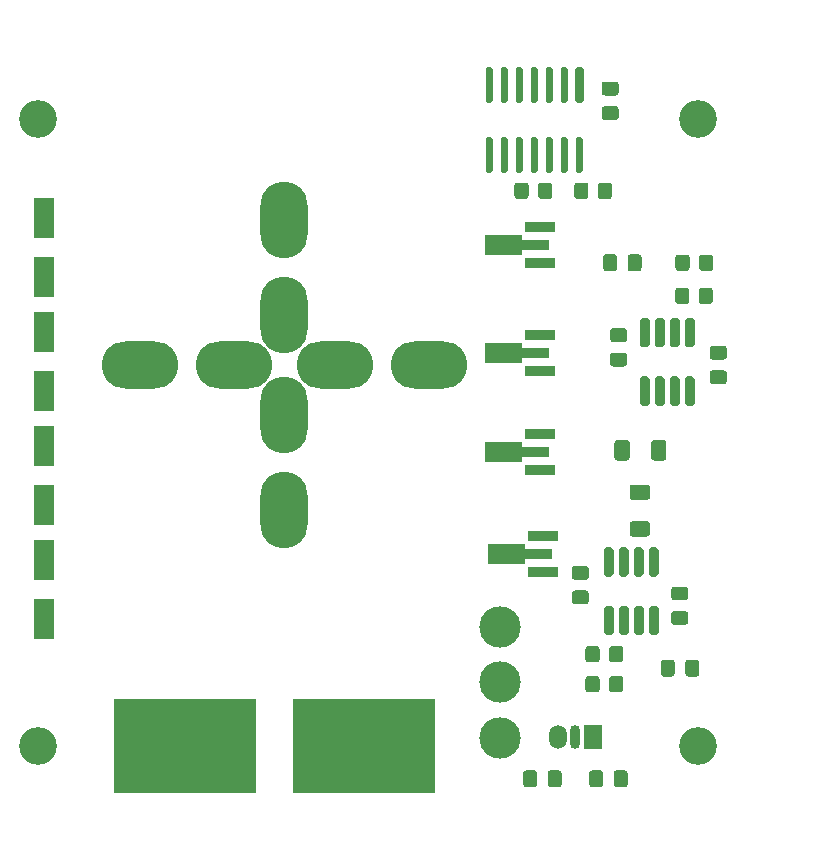
<source format=gbr>
%TF.GenerationSoftware,KiCad,Pcbnew,(5.1.10)-1*%
%TF.CreationDate,2021-11-18T19:01:21+01:00*%
%TF.ProjectId,Base,42617365-2e6b-4696-9361-645f70636258,rev?*%
%TF.SameCoordinates,Original*%
%TF.FileFunction,Soldermask,Bot*%
%TF.FilePolarity,Negative*%
%FSLAX46Y46*%
G04 Gerber Fmt 4.6, Leading zero omitted, Abs format (unit mm)*
G04 Created by KiCad (PCBNEW (5.1.10)-1) date 2021-11-18 19:01:21*
%MOMM*%
%LPD*%
G01*
G04 APERTURE LIST*
%ADD10C,3.500000*%
%ADD11R,12.000000X8.000000*%
%ADD12R,1.500000X2.000000*%
%ADD13O,1.500000X2.000000*%
%ADD14O,0.900000X2.000000*%
%ADD15R,1.800000X3.500000*%
%ADD16R,2.600000X0.900000*%
%ADD17C,0.100000*%
%ADD18O,4.000000X6.500000*%
%ADD19O,6.500000X4.000000*%
%ADD20C,3.200000*%
G04 APERTURE END LIST*
D10*
%TO.C,SW1*%
X155408000Y-114579500D03*
X155408000Y-119279500D03*
X155408000Y-123979500D03*
%TD*%
D11*
%TO.C,BT3*%
X128695000Y-124720000D03*
X143845000Y-124720000D03*
%TD*%
%TO.C,U3*%
G36*
G01*
X162290200Y-70216600D02*
X161890200Y-70216600D01*
G75*
G02*
X161690200Y-70016600I0J200000D01*
G01*
X161690200Y-67416600D01*
G75*
G02*
X161890200Y-67216600I200000J0D01*
G01*
X162290200Y-67216600D01*
G75*
G02*
X162490200Y-67416600I0J-200000D01*
G01*
X162490200Y-70016600D01*
G75*
G02*
X162290200Y-70216600I-200000J0D01*
G01*
G37*
G36*
G01*
X160970200Y-70216600D02*
X160670200Y-70216600D01*
G75*
G02*
X160520200Y-70066600I0J150000D01*
G01*
X160520200Y-67366600D01*
G75*
G02*
X160670200Y-67216600I150000J0D01*
G01*
X160970200Y-67216600D01*
G75*
G02*
X161120200Y-67366600I0J-150000D01*
G01*
X161120200Y-70066600D01*
G75*
G02*
X160970200Y-70216600I-150000J0D01*
G01*
G37*
G36*
G01*
X159700200Y-70216600D02*
X159400200Y-70216600D01*
G75*
G02*
X159250200Y-70066600I0J150000D01*
G01*
X159250200Y-67366600D01*
G75*
G02*
X159400200Y-67216600I150000J0D01*
G01*
X159700200Y-67216600D01*
G75*
G02*
X159850200Y-67366600I0J-150000D01*
G01*
X159850200Y-70066600D01*
G75*
G02*
X159700200Y-70216600I-150000J0D01*
G01*
G37*
G36*
G01*
X158430200Y-70216600D02*
X158130200Y-70216600D01*
G75*
G02*
X157980200Y-70066600I0J150000D01*
G01*
X157980200Y-67366600D01*
G75*
G02*
X158130200Y-67216600I150000J0D01*
G01*
X158430200Y-67216600D01*
G75*
G02*
X158580200Y-67366600I0J-150000D01*
G01*
X158580200Y-70066600D01*
G75*
G02*
X158430200Y-70216600I-150000J0D01*
G01*
G37*
G36*
G01*
X157160200Y-70216600D02*
X156860200Y-70216600D01*
G75*
G02*
X156710200Y-70066600I0J150000D01*
G01*
X156710200Y-67366600D01*
G75*
G02*
X156860200Y-67216600I150000J0D01*
G01*
X157160200Y-67216600D01*
G75*
G02*
X157310200Y-67366600I0J-150000D01*
G01*
X157310200Y-70066600D01*
G75*
G02*
X157160200Y-70216600I-150000J0D01*
G01*
G37*
G36*
G01*
X155890200Y-70216600D02*
X155590200Y-70216600D01*
G75*
G02*
X155440200Y-70066600I0J150000D01*
G01*
X155440200Y-67366600D01*
G75*
G02*
X155590200Y-67216600I150000J0D01*
G01*
X155890200Y-67216600D01*
G75*
G02*
X156040200Y-67366600I0J-150000D01*
G01*
X156040200Y-70066600D01*
G75*
G02*
X155890200Y-70216600I-150000J0D01*
G01*
G37*
G36*
G01*
X154620200Y-70216600D02*
X154320200Y-70216600D01*
G75*
G02*
X154170200Y-70066600I0J150000D01*
G01*
X154170200Y-67366600D01*
G75*
G02*
X154320200Y-67216600I150000J0D01*
G01*
X154620200Y-67216600D01*
G75*
G02*
X154770200Y-67366600I0J-150000D01*
G01*
X154770200Y-70066600D01*
G75*
G02*
X154620200Y-70216600I-150000J0D01*
G01*
G37*
G36*
G01*
X154620200Y-76166600D02*
X154320200Y-76166600D01*
G75*
G02*
X154170200Y-76016600I0J150000D01*
G01*
X154170200Y-73316600D01*
G75*
G02*
X154320200Y-73166600I150000J0D01*
G01*
X154620200Y-73166600D01*
G75*
G02*
X154770200Y-73316600I0J-150000D01*
G01*
X154770200Y-76016600D01*
G75*
G02*
X154620200Y-76166600I-150000J0D01*
G01*
G37*
G36*
G01*
X155890200Y-76166600D02*
X155590200Y-76166600D01*
G75*
G02*
X155440200Y-76016600I0J150000D01*
G01*
X155440200Y-73316600D01*
G75*
G02*
X155590200Y-73166600I150000J0D01*
G01*
X155890200Y-73166600D01*
G75*
G02*
X156040200Y-73316600I0J-150000D01*
G01*
X156040200Y-76016600D01*
G75*
G02*
X155890200Y-76166600I-150000J0D01*
G01*
G37*
G36*
G01*
X157160200Y-76166600D02*
X156860200Y-76166600D01*
G75*
G02*
X156710200Y-76016600I0J150000D01*
G01*
X156710200Y-73316600D01*
G75*
G02*
X156860200Y-73166600I150000J0D01*
G01*
X157160200Y-73166600D01*
G75*
G02*
X157310200Y-73316600I0J-150000D01*
G01*
X157310200Y-76016600D01*
G75*
G02*
X157160200Y-76166600I-150000J0D01*
G01*
G37*
G36*
G01*
X158430200Y-76166600D02*
X158130200Y-76166600D01*
G75*
G02*
X157980200Y-76016600I0J150000D01*
G01*
X157980200Y-73316600D01*
G75*
G02*
X158130200Y-73166600I150000J0D01*
G01*
X158430200Y-73166600D01*
G75*
G02*
X158580200Y-73316600I0J-150000D01*
G01*
X158580200Y-76016600D01*
G75*
G02*
X158430200Y-76166600I-150000J0D01*
G01*
G37*
G36*
G01*
X159700200Y-76166600D02*
X159400200Y-76166600D01*
G75*
G02*
X159250200Y-76016600I0J150000D01*
G01*
X159250200Y-73316600D01*
G75*
G02*
X159400200Y-73166600I150000J0D01*
G01*
X159700200Y-73166600D01*
G75*
G02*
X159850200Y-73316600I0J-150000D01*
G01*
X159850200Y-76016600D01*
G75*
G02*
X159700200Y-76166600I-150000J0D01*
G01*
G37*
G36*
G01*
X160970200Y-76166600D02*
X160670200Y-76166600D01*
G75*
G02*
X160520200Y-76016600I0J150000D01*
G01*
X160520200Y-73316600D01*
G75*
G02*
X160670200Y-73166600I150000J0D01*
G01*
X160970200Y-73166600D01*
G75*
G02*
X161120200Y-73316600I0J-150000D01*
G01*
X161120200Y-76016600D01*
G75*
G02*
X160970200Y-76166600I-150000J0D01*
G01*
G37*
G36*
G01*
X162240200Y-76166600D02*
X161940200Y-76166600D01*
G75*
G02*
X161790200Y-76016600I0J150000D01*
G01*
X161790200Y-73316600D01*
G75*
G02*
X161940200Y-73166600I150000J0D01*
G01*
X162240200Y-73166600D01*
G75*
G02*
X162390200Y-73316600I0J-150000D01*
G01*
X162390200Y-76016600D01*
G75*
G02*
X162240200Y-76166600I-150000J0D01*
G01*
G37*
%TD*%
%TO.C,R6*%
G36*
G01*
X166595999Y-105662400D02*
X167846001Y-105662400D01*
G75*
G02*
X168096000Y-105912399I0J-249999D01*
G01*
X168096000Y-106712401D01*
G75*
G02*
X167846001Y-106962400I-249999J0D01*
G01*
X166595999Y-106962400D01*
G75*
G02*
X166346000Y-106712401I0J249999D01*
G01*
X166346000Y-105912399D01*
G75*
G02*
X166595999Y-105662400I249999J0D01*
G01*
G37*
G36*
G01*
X166595999Y-102562400D02*
X167846001Y-102562400D01*
G75*
G02*
X168096000Y-102812399I0J-249999D01*
G01*
X168096000Y-103612401D01*
G75*
G02*
X167846001Y-103862400I-249999J0D01*
G01*
X166595999Y-103862400D01*
G75*
G02*
X166346000Y-103612401I0J249999D01*
G01*
X166346000Y-102812399D01*
G75*
G02*
X166595999Y-102562400I249999J0D01*
G01*
G37*
%TD*%
%TO.C,R5*%
G36*
G01*
X168171200Y-100282001D02*
X168171200Y-99031999D01*
G75*
G02*
X168421199Y-98782000I249999J0D01*
G01*
X169221201Y-98782000D01*
G75*
G02*
X169471200Y-99031999I0J-249999D01*
G01*
X169471200Y-100282001D01*
G75*
G02*
X169221201Y-100532000I-249999J0D01*
G01*
X168421199Y-100532000D01*
G75*
G02*
X168171200Y-100282001I0J249999D01*
G01*
G37*
G36*
G01*
X165071200Y-100282001D02*
X165071200Y-99031999D01*
G75*
G02*
X165321199Y-98782000I249999J0D01*
G01*
X166121201Y-98782000D01*
G75*
G02*
X166371200Y-99031999I0J-249999D01*
G01*
X166371200Y-100282001D01*
G75*
G02*
X166121201Y-100532000I-249999J0D01*
G01*
X165321199Y-100532000D01*
G75*
G02*
X165071200Y-100282001I0J249999D01*
G01*
G37*
%TD*%
%TO.C,R8*%
G36*
G01*
X162868000Y-77235999D02*
X162868000Y-78136001D01*
G75*
G02*
X162618001Y-78386000I-249999J0D01*
G01*
X161917999Y-78386000D01*
G75*
G02*
X161668000Y-78136001I0J249999D01*
G01*
X161668000Y-77235999D01*
G75*
G02*
X161917999Y-76986000I249999J0D01*
G01*
X162618001Y-76986000D01*
G75*
G02*
X162868000Y-77235999I0J-249999D01*
G01*
G37*
G36*
G01*
X164868000Y-77235999D02*
X164868000Y-78136001D01*
G75*
G02*
X164618001Y-78386000I-249999J0D01*
G01*
X163917999Y-78386000D01*
G75*
G02*
X163668000Y-78136001I0J249999D01*
G01*
X163668000Y-77235999D01*
G75*
G02*
X163917999Y-76986000I249999J0D01*
G01*
X164618001Y-76986000D01*
G75*
G02*
X164868000Y-77235999I0J-249999D01*
G01*
G37*
%TD*%
%TO.C,R7*%
G36*
G01*
X157804000Y-77235999D02*
X157804000Y-78136001D01*
G75*
G02*
X157554001Y-78386000I-249999J0D01*
G01*
X156853999Y-78386000D01*
G75*
G02*
X156604000Y-78136001I0J249999D01*
G01*
X156604000Y-77235999D01*
G75*
G02*
X156853999Y-76986000I249999J0D01*
G01*
X157554001Y-76986000D01*
G75*
G02*
X157804000Y-77235999I0J-249999D01*
G01*
G37*
G36*
G01*
X159804000Y-77235999D02*
X159804000Y-78136001D01*
G75*
G02*
X159554001Y-78386000I-249999J0D01*
G01*
X158853999Y-78386000D01*
G75*
G02*
X158604000Y-78136001I0J249999D01*
G01*
X158604000Y-77235999D01*
G75*
G02*
X158853999Y-76986000I249999J0D01*
G01*
X159554001Y-76986000D01*
G75*
G02*
X159804000Y-77235999I0J-249999D01*
G01*
G37*
%TD*%
%TO.C,R4*%
G36*
G01*
X171431200Y-83331999D02*
X171431200Y-84232001D01*
G75*
G02*
X171181201Y-84482000I-249999J0D01*
G01*
X170481199Y-84482000D01*
G75*
G02*
X170231200Y-84232001I0J249999D01*
G01*
X170231200Y-83331999D01*
G75*
G02*
X170481199Y-83082000I249999J0D01*
G01*
X171181201Y-83082000D01*
G75*
G02*
X171431200Y-83331999I0J-249999D01*
G01*
G37*
G36*
G01*
X173431200Y-83331999D02*
X173431200Y-84232001D01*
G75*
G02*
X173181201Y-84482000I-249999J0D01*
G01*
X172481199Y-84482000D01*
G75*
G02*
X172231200Y-84232001I0J249999D01*
G01*
X172231200Y-83331999D01*
G75*
G02*
X172481199Y-83082000I249999J0D01*
G01*
X173181201Y-83082000D01*
G75*
G02*
X173431200Y-83331999I0J-249999D01*
G01*
G37*
%TD*%
%TO.C,R3*%
G36*
G01*
X171405200Y-86125999D02*
X171405200Y-87026001D01*
G75*
G02*
X171155201Y-87276000I-249999J0D01*
G01*
X170455199Y-87276000D01*
G75*
G02*
X170205200Y-87026001I0J249999D01*
G01*
X170205200Y-86125999D01*
G75*
G02*
X170455199Y-85876000I249999J0D01*
G01*
X171155201Y-85876000D01*
G75*
G02*
X171405200Y-86125999I0J-249999D01*
G01*
G37*
G36*
G01*
X173405200Y-86125999D02*
X173405200Y-87026001D01*
G75*
G02*
X173155201Y-87276000I-249999J0D01*
G01*
X172455199Y-87276000D01*
G75*
G02*
X172205200Y-87026001I0J249999D01*
G01*
X172205200Y-86125999D01*
G75*
G02*
X172455199Y-85876000I249999J0D01*
G01*
X173155201Y-85876000D01*
G75*
G02*
X173405200Y-86125999I0J-249999D01*
G01*
G37*
%TD*%
%TO.C,R2*%
G36*
G01*
X164611000Y-119906401D02*
X164611000Y-119006399D01*
G75*
G02*
X164860999Y-118756400I249999J0D01*
G01*
X165561001Y-118756400D01*
G75*
G02*
X165811000Y-119006399I0J-249999D01*
G01*
X165811000Y-119906401D01*
G75*
G02*
X165561001Y-120156400I-249999J0D01*
G01*
X164860999Y-120156400D01*
G75*
G02*
X164611000Y-119906401I0J249999D01*
G01*
G37*
G36*
G01*
X162611000Y-119906401D02*
X162611000Y-119006399D01*
G75*
G02*
X162860999Y-118756400I249999J0D01*
G01*
X163561001Y-118756400D01*
G75*
G02*
X163811000Y-119006399I0J-249999D01*
G01*
X163811000Y-119906401D01*
G75*
G02*
X163561001Y-120156400I-249999J0D01*
G01*
X162860999Y-120156400D01*
G75*
G02*
X162611000Y-119906401I0J249999D01*
G01*
G37*
%TD*%
%TO.C,R1*%
G36*
G01*
X164611000Y-117366401D02*
X164611000Y-116466399D01*
G75*
G02*
X164860999Y-116216400I249999J0D01*
G01*
X165561001Y-116216400D01*
G75*
G02*
X165811000Y-116466399I0J-249999D01*
G01*
X165811000Y-117366401D01*
G75*
G02*
X165561001Y-117616400I-249999J0D01*
G01*
X164860999Y-117616400D01*
G75*
G02*
X164611000Y-117366401I0J249999D01*
G01*
G37*
G36*
G01*
X162611000Y-117366401D02*
X162611000Y-116466399D01*
G75*
G02*
X162860999Y-116216400I249999J0D01*
G01*
X163561001Y-116216400D01*
G75*
G02*
X163811000Y-116466399I0J-249999D01*
G01*
X163811000Y-117366401D01*
G75*
G02*
X163561001Y-117616400I-249999J0D01*
G01*
X162860999Y-117616400D01*
G75*
G02*
X162611000Y-117366401I0J249999D01*
G01*
G37*
%TD*%
%TO.C,C10*%
G36*
G01*
X164104000Y-126995000D02*
X164104000Y-127945000D01*
G75*
G02*
X163854000Y-128195000I-250000J0D01*
G01*
X163179000Y-128195000D01*
G75*
G02*
X162929000Y-127945000I0J250000D01*
G01*
X162929000Y-126995000D01*
G75*
G02*
X163179000Y-126745000I250000J0D01*
G01*
X163854000Y-126745000D01*
G75*
G02*
X164104000Y-126995000I0J-250000D01*
G01*
G37*
G36*
G01*
X166179000Y-126995000D02*
X166179000Y-127945000D01*
G75*
G02*
X165929000Y-128195000I-250000J0D01*
G01*
X165254000Y-128195000D01*
G75*
G02*
X165004000Y-127945000I0J250000D01*
G01*
X165004000Y-126995000D01*
G75*
G02*
X165254000Y-126745000I250000J0D01*
G01*
X165929000Y-126745000D01*
G75*
G02*
X166179000Y-126995000I0J-250000D01*
G01*
G37*
%TD*%
%TO.C,C9*%
G36*
G01*
X159416000Y-127945000D02*
X159416000Y-126995000D01*
G75*
G02*
X159666000Y-126745000I250000J0D01*
G01*
X160341000Y-126745000D01*
G75*
G02*
X160591000Y-126995000I0J-250000D01*
G01*
X160591000Y-127945000D01*
G75*
G02*
X160341000Y-128195000I-250000J0D01*
G01*
X159666000Y-128195000D01*
G75*
G02*
X159416000Y-127945000I0J250000D01*
G01*
G37*
G36*
G01*
X157341000Y-127945000D02*
X157341000Y-126995000D01*
G75*
G02*
X157591000Y-126745000I250000J0D01*
G01*
X158266000Y-126745000D01*
G75*
G02*
X158516000Y-126995000I0J-250000D01*
G01*
X158516000Y-127945000D01*
G75*
G02*
X158266000Y-128195000I-250000J0D01*
G01*
X157591000Y-128195000D01*
G75*
G02*
X157341000Y-127945000I0J250000D01*
G01*
G37*
%TD*%
%TO.C,C8*%
G36*
G01*
X164231400Y-70516000D02*
X165181400Y-70516000D01*
G75*
G02*
X165431400Y-70766000I0J-250000D01*
G01*
X165431400Y-71441000D01*
G75*
G02*
X165181400Y-71691000I-250000J0D01*
G01*
X164231400Y-71691000D01*
G75*
G02*
X163981400Y-71441000I0J250000D01*
G01*
X163981400Y-70766000D01*
G75*
G02*
X164231400Y-70516000I250000J0D01*
G01*
G37*
G36*
G01*
X164231400Y-68441000D02*
X165181400Y-68441000D01*
G75*
G02*
X165431400Y-68691000I0J-250000D01*
G01*
X165431400Y-69366000D01*
G75*
G02*
X165181400Y-69616000I-250000J0D01*
G01*
X164231400Y-69616000D01*
G75*
G02*
X163981400Y-69366000I0J250000D01*
G01*
X163981400Y-68691000D01*
G75*
G02*
X164231400Y-68441000I250000J0D01*
G01*
G37*
%TD*%
%TO.C,C6*%
G36*
G01*
X162654000Y-110624400D02*
X161704000Y-110624400D01*
G75*
G02*
X161454000Y-110374400I0J250000D01*
G01*
X161454000Y-109699400D01*
G75*
G02*
X161704000Y-109449400I250000J0D01*
G01*
X162654000Y-109449400D01*
G75*
G02*
X162904000Y-109699400I0J-250000D01*
G01*
X162904000Y-110374400D01*
G75*
G02*
X162654000Y-110624400I-250000J0D01*
G01*
G37*
G36*
G01*
X162654000Y-112699400D02*
X161704000Y-112699400D01*
G75*
G02*
X161454000Y-112449400I0J250000D01*
G01*
X161454000Y-111774400D01*
G75*
G02*
X161704000Y-111524400I250000J0D01*
G01*
X162654000Y-111524400D01*
G75*
G02*
X162904000Y-111774400I0J-250000D01*
G01*
X162904000Y-112449400D01*
G75*
G02*
X162654000Y-112699400I-250000J0D01*
G01*
G37*
%TD*%
%TO.C,C5*%
G36*
G01*
X173388200Y-92880600D02*
X174338200Y-92880600D01*
G75*
G02*
X174588200Y-93130600I0J-250000D01*
G01*
X174588200Y-93805600D01*
G75*
G02*
X174338200Y-94055600I-250000J0D01*
G01*
X173388200Y-94055600D01*
G75*
G02*
X173138200Y-93805600I0J250000D01*
G01*
X173138200Y-93130600D01*
G75*
G02*
X173388200Y-92880600I250000J0D01*
G01*
G37*
G36*
G01*
X173388200Y-90805600D02*
X174338200Y-90805600D01*
G75*
G02*
X174588200Y-91055600I0J-250000D01*
G01*
X174588200Y-91730600D01*
G75*
G02*
X174338200Y-91980600I-250000J0D01*
G01*
X173388200Y-91980600D01*
G75*
G02*
X173138200Y-91730600I0J250000D01*
G01*
X173138200Y-91055600D01*
G75*
G02*
X173388200Y-90805600I250000J0D01*
G01*
G37*
%TD*%
%TO.C,C4*%
G36*
G01*
X167360200Y-83307000D02*
X167360200Y-84257000D01*
G75*
G02*
X167110200Y-84507000I-250000J0D01*
G01*
X166435200Y-84507000D01*
G75*
G02*
X166185200Y-84257000I0J250000D01*
G01*
X166185200Y-83307000D01*
G75*
G02*
X166435200Y-83057000I250000J0D01*
G01*
X167110200Y-83057000D01*
G75*
G02*
X167360200Y-83307000I0J-250000D01*
G01*
G37*
G36*
G01*
X165285200Y-83307000D02*
X165285200Y-84257000D01*
G75*
G02*
X165035200Y-84507000I-250000J0D01*
G01*
X164360200Y-84507000D01*
G75*
G02*
X164110200Y-84257000I0J250000D01*
G01*
X164110200Y-83307000D01*
G75*
G02*
X164360200Y-83057000I250000J0D01*
G01*
X165035200Y-83057000D01*
G75*
G02*
X165285200Y-83307000I0J-250000D01*
G01*
G37*
%TD*%
%TO.C,C3*%
G36*
G01*
X171074600Y-118572400D02*
X171074600Y-117622400D01*
G75*
G02*
X171324600Y-117372400I250000J0D01*
G01*
X171999600Y-117372400D01*
G75*
G02*
X172249600Y-117622400I0J-250000D01*
G01*
X172249600Y-118572400D01*
G75*
G02*
X171999600Y-118822400I-250000J0D01*
G01*
X171324600Y-118822400D01*
G75*
G02*
X171074600Y-118572400I0J250000D01*
G01*
G37*
G36*
G01*
X168999600Y-118572400D02*
X168999600Y-117622400D01*
G75*
G02*
X169249600Y-117372400I250000J0D01*
G01*
X169924600Y-117372400D01*
G75*
G02*
X170174600Y-117622400I0J-250000D01*
G01*
X170174600Y-118572400D01*
G75*
G02*
X169924600Y-118822400I-250000J0D01*
G01*
X169249600Y-118822400D01*
G75*
G02*
X168999600Y-118572400I0J250000D01*
G01*
G37*
%TD*%
%TO.C,C2*%
G36*
G01*
X164942600Y-91394800D02*
X165892600Y-91394800D01*
G75*
G02*
X166142600Y-91644800I0J-250000D01*
G01*
X166142600Y-92319800D01*
G75*
G02*
X165892600Y-92569800I-250000J0D01*
G01*
X164942600Y-92569800D01*
G75*
G02*
X164692600Y-92319800I0J250000D01*
G01*
X164692600Y-91644800D01*
G75*
G02*
X164942600Y-91394800I250000J0D01*
G01*
G37*
G36*
G01*
X164942600Y-89319800D02*
X165892600Y-89319800D01*
G75*
G02*
X166142600Y-89569800I0J-250000D01*
G01*
X166142600Y-90244800D01*
G75*
G02*
X165892600Y-90494800I-250000J0D01*
G01*
X164942600Y-90494800D01*
G75*
G02*
X164692600Y-90244800I0J250000D01*
G01*
X164692600Y-89569800D01*
G75*
G02*
X164942600Y-89319800I250000J0D01*
G01*
G37*
%TD*%
%TO.C,C1*%
G36*
G01*
X171074200Y-112364200D02*
X170124200Y-112364200D01*
G75*
G02*
X169874200Y-112114200I0J250000D01*
G01*
X169874200Y-111439200D01*
G75*
G02*
X170124200Y-111189200I250000J0D01*
G01*
X171074200Y-111189200D01*
G75*
G02*
X171324200Y-111439200I0J-250000D01*
G01*
X171324200Y-112114200D01*
G75*
G02*
X171074200Y-112364200I-250000J0D01*
G01*
G37*
G36*
G01*
X171074200Y-114439200D02*
X170124200Y-114439200D01*
G75*
G02*
X169874200Y-114189200I0J250000D01*
G01*
X169874200Y-113514200D01*
G75*
G02*
X170124200Y-113264200I250000J0D01*
G01*
X171074200Y-113264200D01*
G75*
G02*
X171324200Y-113514200I0J-250000D01*
G01*
X171324200Y-114189200D01*
G75*
G02*
X171074200Y-114439200I-250000J0D01*
G01*
G37*
%TD*%
D12*
%TO.C,U4*%
X163230000Y-123914000D03*
D13*
X160290000Y-123914000D03*
D14*
X161760000Y-123914000D03*
%TD*%
D15*
%TO.C,D4*%
X116802000Y-108968000D03*
X116802000Y-113968000D03*
%TD*%
%TO.C,D3*%
X116802000Y-99316000D03*
X116802000Y-104316000D03*
%TD*%
%TO.C,D2*%
X116802000Y-89664000D03*
X116802000Y-94664000D03*
%TD*%
%TO.C,D1*%
X116802000Y-80012000D03*
X116802000Y-85012000D03*
%TD*%
D16*
%TO.C,Q1*%
X158980000Y-106920000D03*
X158980000Y-109920000D03*
D17*
G36*
X154380000Y-107553500D02*
G01*
X157505000Y-107553500D01*
X157505000Y-107970000D01*
X159742500Y-107970000D01*
X159742500Y-108870000D01*
X157505000Y-108870000D01*
X157505000Y-109286500D01*
X154380000Y-109286500D01*
X154380000Y-107553500D01*
G37*
%TD*%
D18*
%TO.C,C7*%
X137122000Y-104668000D03*
X137122000Y-96668000D03*
X137122000Y-80168000D03*
X137122000Y-88168000D03*
D19*
X124872000Y-92418000D03*
X132872000Y-92418000D03*
X149372000Y-92418000D03*
X141372000Y-92418000D03*
%TD*%
D20*
%TO.C,H4*%
X116294000Y-124676000D03*
%TD*%
%TO.C,H3*%
X116294000Y-71590000D03*
%TD*%
%TO.C,H2*%
X172174000Y-124676000D03*
%TD*%
%TO.C,H1*%
X172174000Y-71590000D03*
%TD*%
%TO.C,U2*%
G36*
G01*
X171650200Y-95901600D02*
X171250200Y-95901600D01*
G75*
G02*
X171050200Y-95701600I0J200000D01*
G01*
X171050200Y-93601600D01*
G75*
G02*
X171250200Y-93401600I200000J0D01*
G01*
X171650200Y-93401600D01*
G75*
G02*
X171850200Y-93601600I0J-200000D01*
G01*
X171850200Y-95701600D01*
G75*
G02*
X171650200Y-95901600I-200000J0D01*
G01*
G37*
G36*
G01*
X170380200Y-95901600D02*
X169980200Y-95901600D01*
G75*
G02*
X169780200Y-95701600I0J200000D01*
G01*
X169780200Y-93601600D01*
G75*
G02*
X169980200Y-93401600I200000J0D01*
G01*
X170380200Y-93401600D01*
G75*
G02*
X170580200Y-93601600I0J-200000D01*
G01*
X170580200Y-95701600D01*
G75*
G02*
X170380200Y-95901600I-200000J0D01*
G01*
G37*
G36*
G01*
X169110200Y-95901600D02*
X168710200Y-95901600D01*
G75*
G02*
X168510200Y-95701600I0J200000D01*
G01*
X168510200Y-93601600D01*
G75*
G02*
X168710200Y-93401600I200000J0D01*
G01*
X169110200Y-93401600D01*
G75*
G02*
X169310200Y-93601600I0J-200000D01*
G01*
X169310200Y-95701600D01*
G75*
G02*
X169110200Y-95901600I-200000J0D01*
G01*
G37*
G36*
G01*
X167840200Y-95901600D02*
X167440200Y-95901600D01*
G75*
G02*
X167240200Y-95701600I0J200000D01*
G01*
X167240200Y-93601600D01*
G75*
G02*
X167440200Y-93401600I200000J0D01*
G01*
X167840200Y-93401600D01*
G75*
G02*
X168040200Y-93601600I0J-200000D01*
G01*
X168040200Y-95701600D01*
G75*
G02*
X167840200Y-95901600I-200000J0D01*
G01*
G37*
G36*
G01*
X167840200Y-90951600D02*
X167440200Y-90951600D01*
G75*
G02*
X167240200Y-90751600I0J200000D01*
G01*
X167240200Y-88651600D01*
G75*
G02*
X167440200Y-88451600I200000J0D01*
G01*
X167840200Y-88451600D01*
G75*
G02*
X168040200Y-88651600I0J-200000D01*
G01*
X168040200Y-90751600D01*
G75*
G02*
X167840200Y-90951600I-200000J0D01*
G01*
G37*
G36*
G01*
X169110200Y-90951600D02*
X168710200Y-90951600D01*
G75*
G02*
X168510200Y-90751600I0J200000D01*
G01*
X168510200Y-88651600D01*
G75*
G02*
X168710200Y-88451600I200000J0D01*
G01*
X169110200Y-88451600D01*
G75*
G02*
X169310200Y-88651600I0J-200000D01*
G01*
X169310200Y-90751600D01*
G75*
G02*
X169110200Y-90951600I-200000J0D01*
G01*
G37*
G36*
G01*
X170380200Y-90951600D02*
X169980200Y-90951600D01*
G75*
G02*
X169780200Y-90751600I0J200000D01*
G01*
X169780200Y-88651600D01*
G75*
G02*
X169980200Y-88451600I200000J0D01*
G01*
X170380200Y-88451600D01*
G75*
G02*
X170580200Y-88651600I0J-200000D01*
G01*
X170580200Y-90751600D01*
G75*
G02*
X170380200Y-90951600I-200000J0D01*
G01*
G37*
G36*
G01*
X171650200Y-90951600D02*
X171250200Y-90951600D01*
G75*
G02*
X171050200Y-90751600I0J200000D01*
G01*
X171050200Y-88651600D01*
G75*
G02*
X171250200Y-88451600I200000J0D01*
G01*
X171650200Y-88451600D01*
G75*
G02*
X171850200Y-88651600I0J-200000D01*
G01*
X171850200Y-90751600D01*
G75*
G02*
X171650200Y-90951600I-200000J0D01*
G01*
G37*
%TD*%
%TO.C,U1*%
G36*
G01*
X164392000Y-107857400D02*
X164792000Y-107857400D01*
G75*
G02*
X164992000Y-108057400I0J-200000D01*
G01*
X164992000Y-110157400D01*
G75*
G02*
X164792000Y-110357400I-200000J0D01*
G01*
X164392000Y-110357400D01*
G75*
G02*
X164192000Y-110157400I0J200000D01*
G01*
X164192000Y-108057400D01*
G75*
G02*
X164392000Y-107857400I200000J0D01*
G01*
G37*
G36*
G01*
X165662000Y-107857400D02*
X166062000Y-107857400D01*
G75*
G02*
X166262000Y-108057400I0J-200000D01*
G01*
X166262000Y-110157400D01*
G75*
G02*
X166062000Y-110357400I-200000J0D01*
G01*
X165662000Y-110357400D01*
G75*
G02*
X165462000Y-110157400I0J200000D01*
G01*
X165462000Y-108057400D01*
G75*
G02*
X165662000Y-107857400I200000J0D01*
G01*
G37*
G36*
G01*
X166932000Y-107857400D02*
X167332000Y-107857400D01*
G75*
G02*
X167532000Y-108057400I0J-200000D01*
G01*
X167532000Y-110157400D01*
G75*
G02*
X167332000Y-110357400I-200000J0D01*
G01*
X166932000Y-110357400D01*
G75*
G02*
X166732000Y-110157400I0J200000D01*
G01*
X166732000Y-108057400D01*
G75*
G02*
X166932000Y-107857400I200000J0D01*
G01*
G37*
G36*
G01*
X168202000Y-107857400D02*
X168602000Y-107857400D01*
G75*
G02*
X168802000Y-108057400I0J-200000D01*
G01*
X168802000Y-110157400D01*
G75*
G02*
X168602000Y-110357400I-200000J0D01*
G01*
X168202000Y-110357400D01*
G75*
G02*
X168002000Y-110157400I0J200000D01*
G01*
X168002000Y-108057400D01*
G75*
G02*
X168202000Y-107857400I200000J0D01*
G01*
G37*
G36*
G01*
X168202000Y-112807400D02*
X168602000Y-112807400D01*
G75*
G02*
X168802000Y-113007400I0J-200000D01*
G01*
X168802000Y-115107400D01*
G75*
G02*
X168602000Y-115307400I-200000J0D01*
G01*
X168202000Y-115307400D01*
G75*
G02*
X168002000Y-115107400I0J200000D01*
G01*
X168002000Y-113007400D01*
G75*
G02*
X168202000Y-112807400I200000J0D01*
G01*
G37*
G36*
G01*
X166932000Y-112807400D02*
X167332000Y-112807400D01*
G75*
G02*
X167532000Y-113007400I0J-200000D01*
G01*
X167532000Y-115107400D01*
G75*
G02*
X167332000Y-115307400I-200000J0D01*
G01*
X166932000Y-115307400D01*
G75*
G02*
X166732000Y-115107400I0J200000D01*
G01*
X166732000Y-113007400D01*
G75*
G02*
X166932000Y-112807400I200000J0D01*
G01*
G37*
G36*
G01*
X165662000Y-112807400D02*
X166062000Y-112807400D01*
G75*
G02*
X166262000Y-113007400I0J-200000D01*
G01*
X166262000Y-115107400D01*
G75*
G02*
X166062000Y-115307400I-200000J0D01*
G01*
X165662000Y-115307400D01*
G75*
G02*
X165462000Y-115107400I0J200000D01*
G01*
X165462000Y-113007400D01*
G75*
G02*
X165662000Y-112807400I200000J0D01*
G01*
G37*
G36*
G01*
X164392000Y-112807400D02*
X164792000Y-112807400D01*
G75*
G02*
X164992000Y-113007400I0J-200000D01*
G01*
X164992000Y-115107400D01*
G75*
G02*
X164792000Y-115307400I-200000J0D01*
G01*
X164392000Y-115307400D01*
G75*
G02*
X164192000Y-115107400I0J200000D01*
G01*
X164192000Y-113007400D01*
G75*
G02*
X164392000Y-112807400I200000J0D01*
G01*
G37*
%TD*%
D16*
%TO.C,Q4*%
X158726000Y-80758000D03*
X158726000Y-83758000D03*
D17*
G36*
X154126000Y-81391500D02*
G01*
X157251000Y-81391500D01*
X157251000Y-81808000D01*
X159488500Y-81808000D01*
X159488500Y-82708000D01*
X157251000Y-82708000D01*
X157251000Y-83124500D01*
X154126000Y-83124500D01*
X154126000Y-81391500D01*
G37*
%TD*%
D16*
%TO.C,Q3*%
X158726000Y-89902000D03*
X158726000Y-92902000D03*
D17*
G36*
X154126000Y-90535500D02*
G01*
X157251000Y-90535500D01*
X157251000Y-90952000D01*
X159488500Y-90952000D01*
X159488500Y-91852000D01*
X157251000Y-91852000D01*
X157251000Y-92268500D01*
X154126000Y-92268500D01*
X154126000Y-90535500D01*
G37*
%TD*%
D16*
%TO.C,Q2*%
X158726000Y-98284000D03*
X158726000Y-101284000D03*
D17*
G36*
X154126000Y-98917500D02*
G01*
X157251000Y-98917500D01*
X157251000Y-99334000D01*
X159488500Y-99334000D01*
X159488500Y-100234000D01*
X157251000Y-100234000D01*
X157251000Y-100650500D01*
X154126000Y-100650500D01*
X154126000Y-98917500D01*
G37*
%TD*%
M02*

</source>
